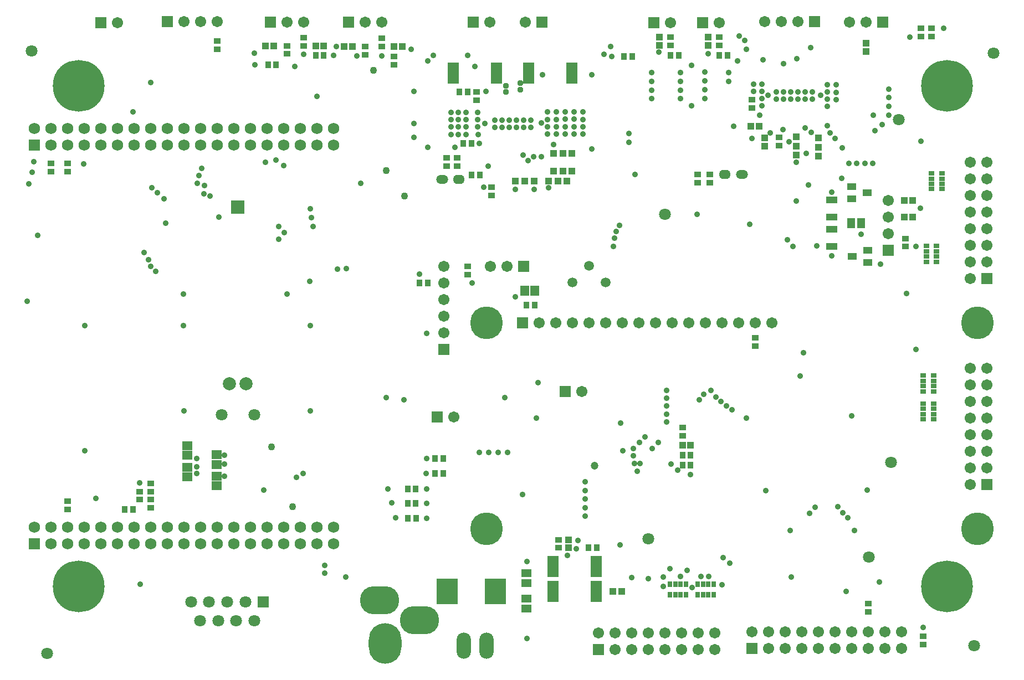
<source format=gbs>
G04*
G04 #@! TF.GenerationSoftware,Altium Limited,Altium Designer,19.0.10 (269)*
G04*
G04 Layer_Color=16711935*
%FSLAX25Y25*%
%MOIN*%
G70*
G01*
G75*
%ADD53R,0.04343X0.03753*%
%ADD55R,0.04343X0.03950*%
%ADD73R,0.04147X0.03753*%
%ADD78R,0.04147X0.03556*%
%ADD79R,0.03950X0.04343*%
%ADD81R,0.03556X0.04147*%
%ADD82R,0.06115X0.05328*%
%ADD85R,0.06706X0.06706*%
%ADD86C,0.06706*%
G04:AMPARAMS|DCode=87|XSize=236.35mil|YSize=169.42mil|CornerRadius=84.71mil|HoleSize=0mil|Usage=FLASHONLY|Rotation=0.000|XOffset=0mil|YOffset=0mil|HoleType=Round|Shape=RoundedRectangle|*
%AMROUNDEDRECTD87*
21,1,0.23635,0.00000,0,0,0.0*
21,1,0.06693,0.16942,0,0,0.0*
1,1,0.16942,0.03347,0.00000*
1,1,0.16942,-0.03347,0.00000*
1,1,0.16942,-0.03347,0.00000*
1,1,0.16942,0.03347,0.00000*
%
%ADD87ROUNDEDRECTD87*%
G04:AMPARAMS|DCode=88|XSize=196.98mil|YSize=244.22mil|CornerRadius=98.49mil|HoleSize=0mil|Usage=FLASHONLY|Rotation=0.000|XOffset=0mil|YOffset=0mil|HoleType=Round|Shape=RoundedRectangle|*
%AMROUNDEDRECTD88*
21,1,0.19698,0.04724,0,0,0.0*
21,1,0.00000,0.24422,0,0,0.0*
1,1,0.19698,0.00000,-0.02362*
1,1,0.19698,0.00000,-0.02362*
1,1,0.19698,0.00000,0.02362*
1,1,0.19698,0.00000,0.02362*
%
%ADD88ROUNDEDRECTD88*%
G04:AMPARAMS|DCode=89|XSize=169.42mil|YSize=236.35mil|CornerRadius=84.71mil|HoleSize=0mil|Usage=FLASHONLY|Rotation=270.000|XOffset=0mil|YOffset=0mil|HoleType=Round|Shape=RoundedRectangle|*
%AMROUNDEDRECTD89*
21,1,0.16942,0.06693,0,0,270.0*
21,1,0.00000,0.23635,0,0,270.0*
1,1,0.16942,-0.03347,0.00000*
1,1,0.16942,-0.03347,0.00000*
1,1,0.16942,0.03347,0.00000*
1,1,0.16942,0.03347,0.00000*
%
%ADD89ROUNDEDRECTD89*%
%ADD90C,0.07099*%
%ADD91R,0.06706X0.06706*%
%ADD92C,0.19698*%
%ADD93R,0.07887X0.07887*%
%ADD94C,0.07887*%
%ADD95R,0.07099X0.07099*%
%ADD96O,0.08674X0.15761*%
%ADD97C,0.05918*%
%ADD98O,0.07099X0.05524*%
G04:AMPARAMS|DCode=99|XSize=70.99mil|YSize=55.24mil|CornerRadius=27.62mil|HoleSize=0mil|Usage=FLASHONLY|Rotation=0.000|XOffset=0mil|YOffset=0mil|HoleType=Round|Shape=RoundedRectangle|*
%AMROUNDEDRECTD99*
21,1,0.07099,0.00000,0,0,0.0*
21,1,0.01575,0.05524,0,0,0.0*
1,1,0.05524,0.00787,0.00000*
1,1,0.05524,-0.00787,0.00000*
1,1,0.05524,-0.00787,0.00000*
1,1,0.05524,0.00787,0.00000*
%
%ADD99ROUNDEDRECTD99*%
%ADD100C,0.06902*%
%ADD101R,0.06902X0.06902*%
%ADD102C,0.31115*%
%ADD103C,0.03556*%
%ADD104C,0.04343*%
%ADD105C,0.03753*%
%ADD106C,0.04737*%
%ADD154R,0.12611X0.15800*%
%ADD155R,0.03753X0.04343*%
%ADD156R,0.03753X0.04147*%
%ADD157R,0.04147X0.04343*%
%ADD158R,0.06115X0.04934*%
%ADD159R,0.04737X0.06115*%
%ADD160R,0.05328X0.06115*%
%ADD161R,0.05524X0.03950*%
%ADD162R,0.06902X0.04343*%
%ADD163R,0.06706X0.12611*%
%ADD164R,0.03556X0.02769*%
%ADD165R,0.02769X0.03556*%
D53*
X745079Y217028D02*
D03*
Y212106D02*
D03*
X711929Y236713D02*
D03*
Y231791D02*
D03*
X320197Y570374D02*
D03*
Y575295D02*
D03*
X280433Y309055D02*
D03*
Y304134D02*
D03*
X230433Y298228D02*
D03*
Y293307D02*
D03*
X734173Y451476D02*
D03*
Y456398D02*
D03*
X644095Y391634D02*
D03*
Y396555D02*
D03*
X464567Y504823D02*
D03*
Y499902D02*
D03*
X616732Y490059D02*
D03*
Y494980D02*
D03*
D55*
X649567Y511909D02*
D03*
Y516831D02*
D03*
X586221Y577651D02*
D03*
Y572730D02*
D03*
X682087Y511417D02*
D03*
Y516929D02*
D03*
Y505905D02*
D03*
X668799Y506496D02*
D03*
Y517520D02*
D03*
Y512008D02*
D03*
X615748Y572730D02*
D03*
Y577651D02*
D03*
X710630Y573819D02*
D03*
Y568898D02*
D03*
X531496Y275098D02*
D03*
Y270177D02*
D03*
D73*
X641929Y534941D02*
D03*
Y539862D02*
D03*
D78*
X372287Y572342D02*
D03*
Y577264D02*
D03*
X419449Y571949D02*
D03*
Y576870D02*
D03*
X600187Y337697D02*
D03*
Y342618D02*
D03*
X471063Y434744D02*
D03*
Y439665D02*
D03*
X743701Y582874D02*
D03*
Y577953D02*
D03*
X485433Y487362D02*
D03*
Y482441D02*
D03*
X476378Y539764D02*
D03*
Y544685D02*
D03*
X592953Y572736D02*
D03*
Y577658D02*
D03*
X622323Y572736D02*
D03*
Y577658D02*
D03*
X658465Y512303D02*
D03*
Y517224D02*
D03*
X750000Y577953D02*
D03*
Y582874D02*
D03*
X280433Y299213D02*
D03*
Y294291D02*
D03*
X220433Y501476D02*
D03*
Y496555D02*
D03*
X230433Y501476D02*
D03*
Y496555D02*
D03*
X273622Y299213D02*
D03*
Y304134D02*
D03*
X362205Y567520D02*
D03*
Y572441D02*
D03*
X426772Y566043D02*
D03*
Y561122D02*
D03*
X409449Y567126D02*
D03*
Y572047D02*
D03*
X525591Y275098D02*
D03*
Y270177D02*
D03*
X609449Y494980D02*
D03*
Y490059D02*
D03*
X458268Y499980D02*
D03*
Y504902D02*
D03*
D79*
X396654Y572047D02*
D03*
X401575D02*
D03*
X530709Y490945D02*
D03*
X519685D02*
D03*
X525197D02*
D03*
X499803D02*
D03*
X510827D02*
D03*
X505315D02*
D03*
X533752Y507677D02*
D03*
X522728D02*
D03*
X528240D02*
D03*
X533752Y496850D02*
D03*
X522728D02*
D03*
X528240D02*
D03*
X646161Y524016D02*
D03*
X641240D02*
D03*
X379567Y572441D02*
D03*
X384488D02*
D03*
X426673Y572047D02*
D03*
X431595D02*
D03*
X354331Y572441D02*
D03*
X349410D02*
D03*
X738681Y479331D02*
D03*
X733760D02*
D03*
X738681Y469331D02*
D03*
X733760D02*
D03*
X600177Y331847D02*
D03*
X605098D02*
D03*
D81*
X456398Y314961D02*
D03*
X451476D02*
D03*
X478346Y494488D02*
D03*
X473425D02*
D03*
X439665Y305709D02*
D03*
X435138D02*
D03*
X470866Y544685D02*
D03*
X465945D02*
D03*
X592953Y566535D02*
D03*
X597874D02*
D03*
X622323D02*
D03*
X627244D02*
D03*
X439862Y287992D02*
D03*
X434941D02*
D03*
X456398Y323819D02*
D03*
X451476D02*
D03*
X435138Y296850D02*
D03*
X439665D02*
D03*
X379567Y566541D02*
D03*
X384488D02*
D03*
X600171Y319951D02*
D03*
X605092D02*
D03*
Y325899D02*
D03*
X600171D02*
D03*
X543799Y270276D02*
D03*
X548721D02*
D03*
D82*
X319882Y313356D02*
D03*
Y307648D02*
D03*
X302165Y313090D02*
D03*
Y318799D02*
D03*
X319882Y326152D02*
D03*
Y320443D02*
D03*
X302165Y325886D02*
D03*
Y331594D02*
D03*
D85*
X504646Y439606D02*
D03*
X452598Y349063D02*
D03*
X529528Y364173D02*
D03*
X250433Y586221D02*
D03*
X503937Y405512D02*
D03*
X641929Y209646D02*
D03*
X679567Y586811D02*
D03*
X720630Y586614D02*
D03*
X549567Y209134D02*
D03*
X612323Y586221D02*
D03*
X582953D02*
D03*
X352287Y586614D02*
D03*
X399449D02*
D03*
X290197Y586811D02*
D03*
X474252Y586614D02*
D03*
X515748D02*
D03*
D86*
X494646Y439606D02*
D03*
X484646D02*
D03*
X462598Y349063D02*
D03*
X539528Y364173D02*
D03*
X456693Y399606D02*
D03*
Y409606D02*
D03*
Y419606D02*
D03*
Y429606D02*
D03*
Y439606D02*
D03*
X260433Y586221D02*
D03*
X653937Y405512D02*
D03*
X643937D02*
D03*
X633937D02*
D03*
X623937D02*
D03*
X613937D02*
D03*
X603937D02*
D03*
X593937D02*
D03*
X583937D02*
D03*
X573937D02*
D03*
X563937D02*
D03*
X553937D02*
D03*
X543937D02*
D03*
X533937D02*
D03*
X523937D02*
D03*
X513937D02*
D03*
X641929Y219646D02*
D03*
X651929Y209646D02*
D03*
Y219646D02*
D03*
X661929Y209646D02*
D03*
Y219646D02*
D03*
X671929Y209646D02*
D03*
Y219646D02*
D03*
X681929Y209646D02*
D03*
Y219646D02*
D03*
X691929Y209646D02*
D03*
Y219646D02*
D03*
X701929Y209646D02*
D03*
Y219646D02*
D03*
X711929Y209646D02*
D03*
Y219646D02*
D03*
X731929D02*
D03*
Y209646D02*
D03*
X721929Y219646D02*
D03*
Y209646D02*
D03*
X669567Y586811D02*
D03*
X659567D02*
D03*
X649567D02*
D03*
X700630Y586614D02*
D03*
X710630D02*
D03*
X773465Y502441D02*
D03*
X783465D02*
D03*
X773465Y492441D02*
D03*
X783465D02*
D03*
X773465Y482441D02*
D03*
X783465D02*
D03*
X773465Y472441D02*
D03*
X783465D02*
D03*
X773465Y462441D02*
D03*
X783465D02*
D03*
X773465Y452441D02*
D03*
X783465D02*
D03*
X773465Y442441D02*
D03*
X783465D02*
D03*
X773465Y432441D02*
D03*
Y308425D02*
D03*
X783465Y318425D02*
D03*
X773465D02*
D03*
X783465Y328425D02*
D03*
X773465D02*
D03*
X783465Y338425D02*
D03*
X773465D02*
D03*
X783465Y348425D02*
D03*
X773465D02*
D03*
X783465Y358425D02*
D03*
X773465D02*
D03*
X783465Y368425D02*
D03*
X773465D02*
D03*
X783465Y378425D02*
D03*
X773465D02*
D03*
X549567Y219134D02*
D03*
X559567Y209134D02*
D03*
Y219134D02*
D03*
X569567Y209134D02*
D03*
Y219134D02*
D03*
X579567Y209134D02*
D03*
Y219134D02*
D03*
X589567Y209134D02*
D03*
Y219134D02*
D03*
X599567Y209134D02*
D03*
Y219134D02*
D03*
X609567Y209134D02*
D03*
Y219134D02*
D03*
X619567Y209134D02*
D03*
Y219134D02*
D03*
X622323Y586221D02*
D03*
X592953D02*
D03*
X362287Y586614D02*
D03*
X372287D02*
D03*
X409449D02*
D03*
X419449D02*
D03*
X724016Y479331D02*
D03*
Y469331D02*
D03*
Y459331D02*
D03*
X320197Y586811D02*
D03*
X310197D02*
D03*
X300197D02*
D03*
X484252Y586614D02*
D03*
X505748D02*
D03*
D87*
X418110Y238583D02*
D03*
D88*
X421260Y212598D02*
D03*
D89*
X442126Y226772D02*
D03*
D90*
X342520Y350394D02*
D03*
X322835D02*
D03*
X304508Y237559D02*
D03*
X315413D02*
D03*
X326319D02*
D03*
X337224D02*
D03*
X309961Y226378D02*
D03*
X320866D02*
D03*
X331772D02*
D03*
X342677D02*
D03*
X725591Y321654D02*
D03*
X712224Y264764D02*
D03*
X730315Y527887D02*
D03*
X775591Y211417D02*
D03*
X787361Y568110D02*
D03*
X218140Y206693D02*
D03*
X208661Y569291D02*
D03*
X589567Y470945D02*
D03*
X579724Y275590D02*
D03*
D91*
X456693Y389606D02*
D03*
X783465Y432441D02*
D03*
Y308425D02*
D03*
X724016Y449331D02*
D03*
D92*
X777559Y405512D02*
D03*
Y281496D02*
D03*
X482283D02*
D03*
Y405512D02*
D03*
D93*
X332677Y475394D02*
D03*
D94*
X337598Y369094D02*
D03*
X327756D02*
D03*
D95*
X348130Y237559D02*
D03*
D96*
X468504Y211299D02*
D03*
X482283D02*
D03*
D97*
X543937Y440118D02*
D03*
X553937Y430118D02*
D03*
X533937D02*
D03*
D98*
X625787Y495079D02*
D03*
X465748Y492126D02*
D03*
D99*
X636024Y495079D02*
D03*
X455512Y492126D02*
D03*
D100*
X300433Y282638D02*
D03*
X290433D02*
D03*
X300433Y272638D02*
D03*
X290433D02*
D03*
X280433Y282638D02*
D03*
Y272638D02*
D03*
X220433D02*
D03*
X230433D02*
D03*
X240433D02*
D03*
X250433D02*
D03*
X260433D02*
D03*
X270433D02*
D03*
X210433Y282638D02*
D03*
X220433D02*
D03*
X230433D02*
D03*
X240433D02*
D03*
X250433D02*
D03*
X260433D02*
D03*
X270433D02*
D03*
X360433D02*
D03*
X350433D02*
D03*
X340433D02*
D03*
X330433D02*
D03*
X320433D02*
D03*
X310433D02*
D03*
X360433Y272638D02*
D03*
X350433D02*
D03*
X340433D02*
D03*
X330433D02*
D03*
X320433D02*
D03*
X310433D02*
D03*
X370433D02*
D03*
Y282638D02*
D03*
X380433Y272638D02*
D03*
X390433D02*
D03*
X380433Y282638D02*
D03*
X390433D02*
D03*
X390433Y522795D02*
D03*
X380433D02*
D03*
X390433Y512795D02*
D03*
X380433D02*
D03*
X370433Y522795D02*
D03*
Y512795D02*
D03*
X310433D02*
D03*
X320433D02*
D03*
X330433D02*
D03*
X340433D02*
D03*
X350433D02*
D03*
X360433D02*
D03*
X310433Y522795D02*
D03*
X320433D02*
D03*
X330433D02*
D03*
X340433D02*
D03*
X350433D02*
D03*
X360433D02*
D03*
X270433D02*
D03*
X260433D02*
D03*
X250433D02*
D03*
X240433D02*
D03*
X230433D02*
D03*
X220433D02*
D03*
X210433D02*
D03*
X270433Y512795D02*
D03*
X260433D02*
D03*
X250433D02*
D03*
X240433D02*
D03*
X230433D02*
D03*
X220433D02*
D03*
X280433D02*
D03*
Y522795D02*
D03*
X290433Y512795D02*
D03*
X300433D02*
D03*
X290433Y522795D02*
D03*
X300433D02*
D03*
D101*
X210433Y272638D02*
D03*
X210433Y512795D02*
D03*
D102*
X759213Y548425D02*
D03*
Y246850D02*
D03*
X236850D02*
D03*
Y548425D02*
D03*
D103*
X581496Y556299D02*
D03*
X585827Y568504D02*
D03*
X605512Y560630D02*
D03*
X633465Y563386D02*
D03*
X681004Y451968D02*
D03*
X432677Y359449D02*
D03*
X446850Y563386D02*
D03*
X450197Y566535D02*
D03*
X404331Y566142D02*
D03*
X390433Y566535D02*
D03*
X372246Y567438D02*
D03*
X324803Y313356D02*
D03*
Y320738D02*
D03*
X703543Y280512D02*
D03*
X699803Y288287D02*
D03*
X687402Y524409D02*
D03*
X674803Y507677D02*
D03*
X740551Y389764D02*
D03*
X446063Y314961D02*
D03*
X446260Y323819D02*
D03*
X677165Y571260D02*
D03*
X714567Y501673D02*
D03*
X709842D02*
D03*
X705118D02*
D03*
X700394D02*
D03*
X647835Y536221D02*
D03*
X646654Y530512D02*
D03*
X653012Y520079D02*
D03*
X641929Y516535D02*
D03*
X397638Y252756D02*
D03*
X545665Y555118D02*
D03*
X342913Y561024D02*
D03*
X668896Y564566D02*
D03*
X475197Y559842D02*
D03*
X470866Y566541D02*
D03*
X603150Y256693D02*
D03*
X605904Y246456D02*
D03*
X504433Y506505D02*
D03*
X660629Y522046D02*
D03*
X674014Y522835D02*
D03*
X677559Y520472D02*
D03*
X660827Y561613D02*
D03*
X360629Y459842D02*
D03*
X375984Y430708D02*
D03*
X288189Y480276D02*
D03*
X212205Y458465D02*
D03*
X276378Y448032D02*
D03*
X627953Y556299D02*
D03*
Y551050D02*
D03*
X581496D02*
D03*
Y545800D02*
D03*
Y540551D02*
D03*
X599016Y551050D02*
D03*
Y556299D02*
D03*
Y545800D02*
D03*
Y540551D02*
D03*
X613583Y551247D02*
D03*
Y556496D02*
D03*
Y545997D02*
D03*
Y540748D02*
D03*
X724213Y530709D02*
D03*
Y535958D02*
D03*
X581890Y330118D02*
D03*
X564350Y328543D02*
D03*
X577756Y337008D02*
D03*
X574213Y333661D02*
D03*
X541732Y289173D02*
D03*
X477953Y327756D02*
D03*
X463386Y511417D02*
D03*
X438583Y525591D02*
D03*
Y517323D02*
D03*
X447047Y511417D02*
D03*
X247441Y300000D02*
D03*
X638779Y570472D02*
D03*
X737008Y577756D02*
D03*
X743307Y474606D02*
D03*
X740551Y451575D02*
D03*
X664961Y280512D02*
D03*
X745079Y222244D02*
D03*
X562598Y272047D02*
D03*
X569685Y252165D02*
D03*
X604921Y314370D02*
D03*
X570669Y330118D02*
D03*
Y325590D02*
D03*
X513189Y369748D02*
D03*
X512205Y348425D02*
D03*
X493307Y360496D02*
D03*
X499606Y421260D02*
D03*
X473622Y429626D02*
D03*
X441929Y435118D02*
D03*
X366929Y560039D02*
D03*
X342677Y567913D02*
D03*
X391929Y572047D02*
D03*
X437008Y570472D02*
D03*
X719398Y440945D02*
D03*
X695866Y492717D02*
D03*
X707677Y459055D02*
D03*
X504134Y302165D02*
D03*
X506496Y215551D02*
D03*
Y261811D02*
D03*
X489239Y327756D02*
D03*
X483596D02*
D03*
X494882D02*
D03*
X590551Y346063D02*
D03*
Y350787D02*
D03*
Y355512D02*
D03*
Y360236D02*
D03*
Y364961D02*
D03*
X541732Y294340D02*
D03*
Y299508D02*
D03*
Y304675D02*
D03*
Y309842D02*
D03*
X718504Y249803D02*
D03*
X638779Y348425D02*
D03*
X650197Y304528D02*
D03*
X711417Y304941D02*
D03*
X701929Y349606D02*
D03*
X672835Y387795D02*
D03*
X735039Y423425D02*
D03*
X609055Y470945D02*
D03*
X568110Y519488D02*
D03*
X743701Y514961D02*
D03*
X568110Y514370D02*
D03*
X724213Y546457D02*
D03*
Y541207D02*
D03*
X714961Y530709D02*
D03*
X280433Y550197D02*
D03*
X380433Y542126D02*
D03*
X406693Y489764D02*
D03*
X422047Y360496D02*
D03*
X289173Y465748D02*
D03*
X376378Y404134D02*
D03*
Y352756D02*
D03*
X300000Y423032D02*
D03*
X300197Y352756D02*
D03*
X300000Y404134D02*
D03*
X240748D02*
D03*
Y328740D02*
D03*
X206102Y418504D02*
D03*
X206890Y489370D02*
D03*
X310827Y498622D02*
D03*
X283465Y436614D02*
D03*
X522516Y512992D02*
D03*
X510827Y486024D02*
D03*
X642913Y549409D02*
D03*
Y545013D02*
D03*
X692659Y548819D02*
D03*
Y544423D02*
D03*
Y540026D02*
D03*
X461024Y532283D02*
D03*
Y527887D02*
D03*
Y523491D02*
D03*
Y519095D02*
D03*
X540263Y519291D02*
D03*
Y523688D02*
D03*
Y528084D02*
D03*
Y532480D02*
D03*
X534971Y519357D02*
D03*
Y523753D02*
D03*
Y528150D02*
D03*
Y532546D02*
D03*
X465453Y519095D02*
D03*
Y523491D02*
D03*
Y527887D02*
D03*
Y532283D02*
D03*
X469882Y519095D02*
D03*
Y523491D02*
D03*
Y527887D02*
D03*
Y532283D02*
D03*
X529679Y532546D02*
D03*
Y528150D02*
D03*
Y523753D02*
D03*
Y519357D02*
D03*
X524387Y532480D02*
D03*
Y528084D02*
D03*
Y523688D02*
D03*
Y519291D02*
D03*
X519095D02*
D03*
Y523688D02*
D03*
Y528084D02*
D03*
Y532480D02*
D03*
X515354Y525984D02*
D03*
X476968Y532283D02*
D03*
Y527887D02*
D03*
Y523491D02*
D03*
X477165Y519095D02*
D03*
X481299Y525591D02*
D03*
X687205Y535827D02*
D03*
Y540223D02*
D03*
Y544619D02*
D03*
Y549016D02*
D03*
X683465Y542520D02*
D03*
X651575Y542717D02*
D03*
X647835Y540617D02*
D03*
Y545013D02*
D03*
Y549409D02*
D03*
X487205Y523425D02*
D03*
Y527756D02*
D03*
X491535Y523425D02*
D03*
Y527756D02*
D03*
X495866Y523425D02*
D03*
Y527756D02*
D03*
X500197Y523425D02*
D03*
Y527756D02*
D03*
X504528D02*
D03*
X508858D02*
D03*
X504528Y523425D02*
D03*
X508858D02*
D03*
X696457Y511024D02*
D03*
X757480Y582874D02*
D03*
X626575Y355512D02*
D03*
X623425Y358268D02*
D03*
X620276Y361024D02*
D03*
X617205Y364961D02*
D03*
X610236Y359252D02*
D03*
X612991Y362598D02*
D03*
X634251Y578345D02*
D03*
X557087Y572047D02*
D03*
X637795Y575787D02*
D03*
X553150Y567438D02*
D03*
X691929Y516732D02*
D03*
X355512Y503543D02*
D03*
X688975Y520078D02*
D03*
X716142Y521367D02*
D03*
X720276Y525000D02*
D03*
X562400Y464369D02*
D03*
X560236Y460630D02*
D03*
X559252Y456496D02*
D03*
X664172Y514566D02*
D03*
X571260Y320866D02*
D03*
X209055Y496457D02*
D03*
X209842Y502565D02*
D03*
X377953Y463779D02*
D03*
X357480Y455905D02*
D03*
X376969Y469095D02*
D03*
X376181Y474213D02*
D03*
X357480Y463779D02*
D03*
X281102Y487008D02*
D03*
X284252Y483858D02*
D03*
X321457Y469449D02*
D03*
X362205Y422835D02*
D03*
X446457Y399213D02*
D03*
X278870Y443577D02*
D03*
X696555Y291339D02*
D03*
X280242Y439640D02*
D03*
X693580Y294842D02*
D03*
X679921Y294488D02*
D03*
X676772Y290945D02*
D03*
X349410Y502441D02*
D03*
X628740Y261024D02*
D03*
X624803Y264173D02*
D03*
X239960Y501181D02*
D03*
X499606Y485827D02*
D03*
X519685Y486811D02*
D03*
X423130Y305709D02*
D03*
X372047Y314961D02*
D03*
X397849Y438400D02*
D03*
X425177Y297264D02*
D03*
X368109Y312598D02*
D03*
X392520Y437992D02*
D03*
X558661Y451575D02*
D03*
X269685Y532480D02*
D03*
X545669Y510236D02*
D03*
X507307Y503150D02*
D03*
X515354Y505512D02*
D03*
X571654Y494980D02*
D03*
X678346Y544685D02*
D03*
Y540354D02*
D03*
X674016Y544685D02*
D03*
Y540354D02*
D03*
X669685Y544685D02*
D03*
Y540354D02*
D03*
X665354Y544685D02*
D03*
Y540354D02*
D03*
X661024Y544685D02*
D03*
Y540354D02*
D03*
X656693Y544685D02*
D03*
Y540354D02*
D03*
X572835Y316142D02*
D03*
X574803Y320866D02*
D03*
X312598Y488189D02*
D03*
X312205Y483465D02*
D03*
X309449Y494291D02*
D03*
X510629Y505511D02*
D03*
X557812Y565945D02*
D03*
X668504Y479134D02*
D03*
X666534Y451574D02*
D03*
X629921Y353150D02*
D03*
X592717Y257480D02*
D03*
X480709Y487362D02*
D03*
X483268Y500000D02*
D03*
X640551Y464961D02*
D03*
X671063Y373622D02*
D03*
X675984Y488583D02*
D03*
X605512Y536221D02*
D03*
X274016Y248228D02*
D03*
X579567Y251575D02*
D03*
X665748Y252756D02*
D03*
X273622Y309449D02*
D03*
X427638Y288189D02*
D03*
X446260Y287992D02*
D03*
X531102Y265748D02*
D03*
X360433Y500394D02*
D03*
X316142Y481890D02*
D03*
X308268Y489764D02*
D03*
X477953Y513779D02*
D03*
X481890Y544882D02*
D03*
X516142Y555118D02*
D03*
X663484Y455709D02*
D03*
X588583Y252756D02*
D03*
Y246850D02*
D03*
X384842Y259744D02*
D03*
Y254921D02*
D03*
X438779Y544980D02*
D03*
X348425Y305118D02*
D03*
X419449Y566142D02*
D03*
X615748Y567717D02*
D03*
X668799Y502441D02*
D03*
X630905Y524016D02*
D03*
X648622Y563976D02*
D03*
X689961Y445866D02*
D03*
Y484252D02*
D03*
X616142Y252953D02*
D03*
X611221D02*
D03*
X598898D02*
D03*
X324803Y325856D02*
D03*
X308071Y314961D02*
D03*
Y318898D02*
D03*
Y323819D02*
D03*
X698819Y243898D02*
D03*
X624016Y248031D02*
D03*
X446260Y296850D02*
D03*
Y305709D02*
D03*
X597254Y317028D02*
D03*
X562992Y345472D02*
D03*
X593287Y320738D02*
D03*
X585630Y333661D02*
D03*
X536417Y269685D02*
D03*
X537402Y274606D02*
D03*
D104*
X414173Y557480D02*
D03*
X353150Y331102D02*
D03*
X422047Y497244D02*
D03*
X433071Y481890D02*
D03*
X365551Y294842D02*
D03*
D105*
X502756Y546063D02*
D03*
Y550000D02*
D03*
X494094Y548426D02*
D03*
Y544487D02*
D03*
D106*
X547244Y319685D02*
D03*
D154*
X458661Y244094D02*
D03*
X487795D02*
D03*
D155*
X442028Y429626D02*
D03*
X446949D02*
D03*
X355807Y561024D02*
D03*
X350886D02*
D03*
X569882Y565945D02*
D03*
X564961D02*
D03*
X264764Y293307D02*
D03*
X269685D02*
D03*
X511319Y416339D02*
D03*
X506398D02*
D03*
D156*
X468405Y513779D02*
D03*
X473327D02*
D03*
D157*
X563583Y244094D02*
D03*
X558465D02*
D03*
D158*
X506398Y239665D02*
D03*
Y233760D02*
D03*
Y254921D02*
D03*
Y249016D02*
D03*
D159*
X707677Y465551D02*
D03*
X701772D02*
D03*
D160*
X505315Y425039D02*
D03*
X511319D02*
D03*
D161*
X711378Y483937D02*
D03*
X701929Y487677D02*
D03*
Y480197D02*
D03*
X711614Y449331D02*
D03*
Y441850D02*
D03*
X702165Y445590D02*
D03*
D162*
X689961Y451476D02*
D03*
Y461909D02*
D03*
Y479626D02*
D03*
Y469193D02*
D03*
D163*
X462205Y556102D02*
D03*
X488189D02*
D03*
X507677D02*
D03*
X533661D02*
D03*
X522441Y258858D02*
D03*
X548425D02*
D03*
X522441Y244094D02*
D03*
X548425D02*
D03*
D164*
X756299Y492441D02*
D03*
Y489291D02*
D03*
Y486142D02*
D03*
Y495590D02*
D03*
X750000Y492441D02*
D03*
Y489291D02*
D03*
Y486142D02*
D03*
Y495590D02*
D03*
X746850Y451884D02*
D03*
Y442436D02*
D03*
Y445585D02*
D03*
Y448735D02*
D03*
X753150Y451884D02*
D03*
Y442436D02*
D03*
Y445585D02*
D03*
Y448735D02*
D03*
X744882Y373819D02*
D03*
Y364370D02*
D03*
Y367520D02*
D03*
Y370669D02*
D03*
X751181Y373819D02*
D03*
Y364370D02*
D03*
Y367520D02*
D03*
Y370669D02*
D03*
X744882Y357087D02*
D03*
Y347638D02*
D03*
Y350787D02*
D03*
Y353937D02*
D03*
X751181Y357087D02*
D03*
Y347638D02*
D03*
Y350787D02*
D03*
Y353937D02*
D03*
D165*
X618898Y248228D02*
D03*
X609449D02*
D03*
X612598D02*
D03*
X615748D02*
D03*
X618898Y241929D02*
D03*
X609449D02*
D03*
X612598D02*
D03*
X615748D02*
D03*
X602165Y248228D02*
D03*
X592717D02*
D03*
X595866D02*
D03*
X599016D02*
D03*
X602165Y241929D02*
D03*
X592717D02*
D03*
X595866D02*
D03*
X599016D02*
D03*
M02*

</source>
